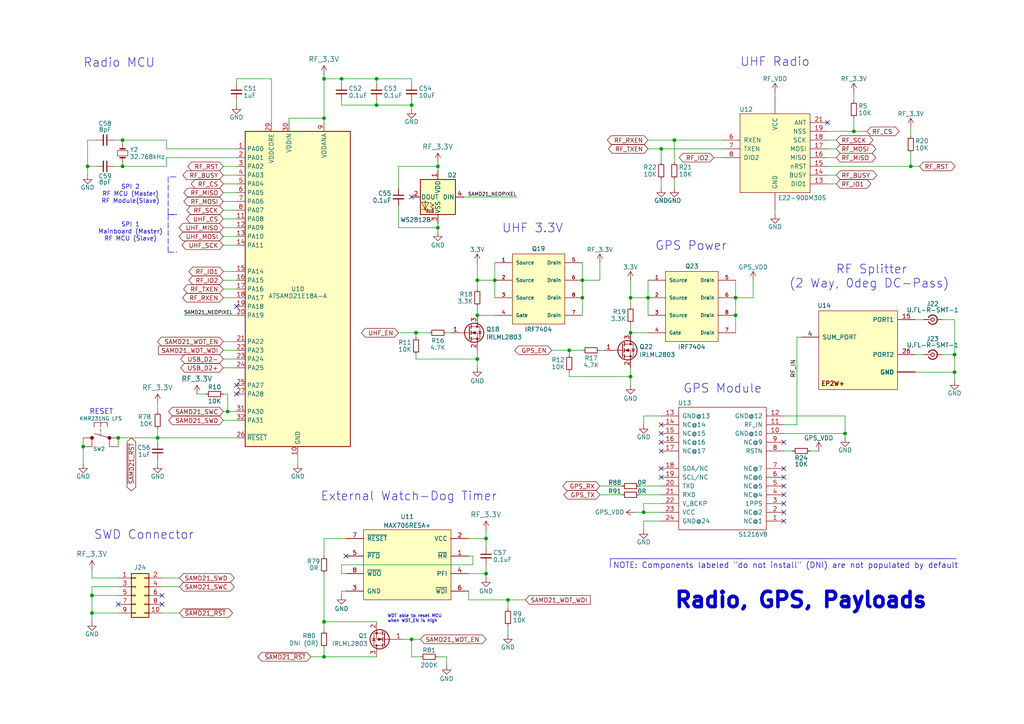
<source format=kicad_sch>
(kicad_sch (version 20231120) (generator "eeschema") (generator_version "8.0")
  (paper "A4")
  (title_block (title "Mainboard") (date "2024-06-16") (rev "v1.1") (company "Argus-1") (comment 1 "M. Holliday") (comment 2 "N. Khera"))
  (junction (at 109.22 30.48))
  (junction (at 191.77 43.18))
  (junction (at 127 66.04))
  (junction (at 165.1 101.6))
  (junction (at 138.43 91.44))
  (junction (at 127 48.26))
  (junction (at 147.32 173.99))
  (junction (at 182.88 86.36))
  (junction (at 25.4 48.26))
  (junction (at 182.88 109.22))
  (junction (at 247.65 38.1))
  (junction (at 93.98 180.34))
  (junction (at 264.16 48.26))
  (junction (at 138.43 104.14))
  (junction (at 143.51 81.28))
  (junction (at 45.72 127))
  (junction (at 119.38 185.42))
  (junction (at 26.67 172.72))
  (junction (at 66.04 119.38))
  (junction (at 35.56 48.26))
  (junction (at 140.97 156.21))
  (junction (at 93.98 22.86))
  (junction (at 276.86 107.95))
  (junction (at 140.97 166.37))
  (junction (at 213.36 86.36))
  (junction (at 245.11 125.73))
  (junction (at 186.69 148.59))
  (junction (at 93.98 34.29))
  (junction (at 168.91 86.36))
  (junction (at 35.56 40.64))
  (junction (at 119.38 30.48))
  (junction (at 213.36 91.44))
  (junction (at 26.67 177.8))
  (junction (at 109.22 22.86))
  (junction (at 182.88 96.52))
  (junction (at 276.86 102.87))
  (junction (at 195.58 40.64))
  (junction (at 138.43 81.28))
  (junction (at 168.91 81.28))
  (junction (at 120.65 96.52))
  (junction (at 99.06 22.86))
  (junction (at 187.96 86.36))
  (junction (at 34.29 127))
  (junction (at 93.98 190.5))
  (junction (at 24.13 129.54))
  (no_connect (at 68.58 114.3))
  (no_connect (at 240.03 35.56))
  (no_connect (at 191.77 138.43))
  (no_connect (at 191.77 128.27))
  (no_connect (at 100.33 161.29))
  (no_connect (at 227.33 138.43))
  (no_connect (at 227.33 148.59))
  (no_connect (at 119.38 57.15))
  (no_connect (at 227.33 128.27))
  (no_connect (at 227.33 140.97))
  (no_connect (at 191.77 123.19))
  (no_connect (at 191.77 125.73))
  (no_connect (at 46.99 175.26))
  (no_connect (at 227.33 146.05))
  (no_connect (at 227.33 143.51))
  (no_connect (at 191.77 135.89))
  (no_connect (at 227.33 135.89))
  (no_connect (at 34.29 175.26))
  (no_connect (at 227.33 151.13))
  (no_connect (at 68.58 88.9))
  (no_connect (at 191.77 130.81))
  (no_connect (at 46.99 172.72))
  (no_connect (at 68.58 111.76))
  (wire (pts (xy 191.77 43.18) (xy 191.77 46.99)))
  (wire (pts (xy 127 48.26) (xy 127 49.53)))
  (wire (pts (xy 137.16 163.83) (xy 137.16 161.29)))
  (wire (pts (xy 120.65 102.87) (xy 120.65 104.14)))
  (wire (pts (xy 127 190.5) (xy 129.54 190.5)))
  (wire (pts (xy 134.62 57.15) (xy 149.86 57.15)))
  (wire (pts (xy 64.77 66.04) (xy 68.58 66.04)))
  (wire (pts (xy 138.43 88.9) (xy 138.43 91.44)))
  (wire (pts (xy 273.05 92.71) (xy 276.86 92.71)))
  (wire (pts (xy 140.97 153.67) (xy 140.97 156.21)))
  (wire (pts (xy 173.99 101.6) (xy 175.26 101.6)))
  (wire (pts (xy 46.99 170.18) (xy 52.07 170.18)))
  (polyline (pts (xy 177.038 164.592) (xy 177.038 162.052)))
  (wire (pts (xy 213.36 86.36) (xy 213.36 91.44)))
  (wire (pts (xy 276.86 102.87) (xy 276.86 107.95)))
  (wire (pts (xy 147.32 181.61) (xy 147.32 184.15)))
  (wire (pts (xy 138.43 81.28) (xy 138.43 83.82)))
  (wire (pts (xy 25.4 48.26) (xy 27.94 48.26)))
  (wire (pts (xy 34.29 170.18) (xy 26.67 170.18)))
  (wire (pts (xy 182.88 93.98) (xy 182.88 96.52)))
  (wire (pts (xy 45.72 116.84) (xy 45.72 119.38)))
  (wire (pts (xy 64.77 81.28) (xy 68.58 81.28)))
  (wire (pts (xy 116.84 185.42) (xy 119.38 185.42)))
  (wire (pts (xy 99.06 29.21) (xy 99.06 30.48)))
  (wire (pts (xy 26.67 177.8) (xy 26.67 180.34)))
  (wire (pts (xy 99.06 30.48) (xy 109.22 30.48)))
  (wire (pts (xy 26.67 170.18) (xy 26.67 172.72)))
  (wire (pts (xy 185.42 140.97) (xy 191.77 140.97)))
  (wire (pts (xy 45.72 128.27) (xy 45.72 127)))
  (wire (pts (xy 35.56 48.26) (xy 48.26 48.26)))
  (wire (pts (xy 109.22 29.21) (xy 109.22 30.48)))
  (wire (pts (xy 45.72 124.46) (xy 45.72 127)))
  (wire (pts (xy 93.98 187.96) (xy 93.98 190.5)))
  (wire (pts (xy 109.22 22.86) (xy 119.38 22.86)))
  (wire (pts (xy 115.57 48.26) (xy 127 48.26)))
  (wire (pts (xy 64.77 101.6) (xy 68.58 101.6)))
  (wire (pts (xy 25.4 50.8) (xy 25.4 48.26)))
  (wire (pts (xy 129.54 96.52) (xy 130.81 96.52)))
  (polyline (pts (xy 51.054 51.308) (xy 48.768 51.308)) (stroke (width 0) (type dash)))
  (wire (pts (xy 99.06 166.37) (xy 99.06 163.83)))
  (wire (pts (xy 93.98 34.29) (xy 83.82 34.29)))
  (wire (pts (xy 135.89 161.29) (xy 137.16 161.29)))
  (wire (pts (xy 93.98 22.86) (xy 93.98 34.29)))
  (wire (pts (xy 99.06 163.83) (xy 137.16 163.83)))
  (wire (pts (xy 186.69 148.59) (xy 184.15 148.59)))
  (wire (pts (xy 168.91 86.36) (xy 168.91 91.44)))
  (wire (pts (xy 173.99 143.51) (xy 180.34 143.51)))
  (wire (pts (xy 93.98 156.21) (xy 93.98 161.29)))
  (wire (pts (xy 138.43 81.28) (xy 138.43 76.2)))
  (wire (pts (xy 265.43 92.71) (xy 267.97 92.71)))
  (wire (pts (xy 143.51 91.44) (xy 138.43 91.44)))
  (wire (pts (xy 64.77 83.82) (xy 68.58 83.82)))
  (wire (pts (xy 93.98 180.34) (xy 93.98 182.88)))
  (wire (pts (xy 227.33 120.65) (xy 245.11 120.65)))
  (wire (pts (xy 119.38 185.42) (xy 121.92 185.42)))
  (wire (pts (xy 26.67 172.72) (xy 34.29 172.72)))
  (wire (pts (xy 115.57 59.69) (xy 115.57 66.04)))
  (wire (pts (xy 213.36 81.28) (xy 213.36 86.36)))
  (wire (pts (xy 218.44 81.28) (xy 218.44 86.36)))
  (wire (pts (xy 35.56 40.64) (xy 35.56 41.91)))
  (wire (pts (xy 143.51 81.28) (xy 143.51 76.2)))
  (wire (pts (xy 276.86 92.71) (xy 276.86 102.87)))
  (wire (pts (xy 245.11 120.65) (xy 245.11 125.73)))
  (wire (pts (xy 182.88 109.22) (xy 182.88 111.76)))
  (wire (pts (xy 168.91 81.28) (xy 168.91 86.36)))
  (wire (pts (xy 187.96 86.36) (xy 182.88 86.36)))
  (wire (pts (xy 138.43 104.14) (xy 138.43 101.6)))
  (wire (pts (xy 68.58 22.86) (xy 68.58 24.13)))
  (wire (pts (xy 231.14 123.19) (xy 227.33 123.19)))
  (wire (pts (xy 168.91 76.2) (xy 168.91 81.28)))
  (wire (pts (xy 276.86 107.95) (xy 265.43 107.95)))
  (wire (pts (xy 273.05 102.87) (xy 276.86 102.87)))
  (wire (pts (xy 33.02 48.26) (xy 35.56 48.26)))
  (wire (pts (xy 68.58 91.44) (xy 53.34 91.44)))
  (wire (pts (xy 187.96 86.36) (xy 187.96 81.28)))
  (wire (pts (xy 33.02 40.64) (xy 35.56 40.64)))
  (wire (pts (xy 240.03 48.26) (xy 264.16 48.26)))
  (wire (pts (xy 86.36 132.08) (xy 86.36 134.62)))
  (wire (pts (xy 143.51 86.36) (xy 143.51 81.28)))
  (wire (pts (xy 240.03 43.18) (xy 242.57 43.18)))
  (wire (pts (xy 186.69 151.13) (xy 186.69 153.67)))
  (wire (pts (xy 35.56 40.64) (xy 48.26 40.64)))
  (wire (pts (xy 99.06 22.86) (xy 109.22 22.86)))
  (wire (pts (xy 100.33 156.21) (xy 93.98 156.21)))
  (wire (pts (xy 26.67 172.72) (xy 26.67 177.8)))
  (wire (pts (xy 135.89 173.99) (xy 135.89 171.45)))
  (wire (pts (xy 25.4 40.64) (xy 25.4 48.26)))
  (wire (pts (xy 182.88 86.36) (xy 182.88 81.28)))
  (wire (pts (xy 48.26 45.72) (xy 68.58 45.72)))
  (wire (pts (xy 64.77 106.68) (xy 68.58 106.68)))
  (wire (pts (xy 247.65 26.67) (xy 247.65 29.21)))
  (wire (pts (xy 191.77 151.13) (xy 186.69 151.13)))
  (wire (pts (xy 46.99 167.64) (xy 52.07 167.64)))
  (wire (pts (xy 264.16 48.26) (xy 266.7 48.26)))
  (wire (pts (xy 64.77 60.96) (xy 68.58 60.96)))
  (wire (pts (xy 115.57 48.26) (xy 115.57 54.61)))
  (wire (pts (xy 26.67 177.8) (xy 34.29 177.8)))
  (wire (pts (xy 48.26 40.64) (xy 48.26 43.18)))
  (wire (pts (xy 64.77 71.12) (xy 68.58 71.12)))
  (wire (pts (xy 34.29 127) (xy 45.72 127)))
  (wire (pts (xy 34.29 167.64) (xy 26.67 167.64)))
  (wire (pts (xy 195.58 40.64) (xy 195.58 46.99)))
  (wire (pts (xy 186.69 120.65) (xy 186.69 123.19)))
  (wire (pts (xy 140.97 156.21) (xy 140.97 158.75)))
  (wire (pts (xy 138.43 104.14) (xy 138.43 106.68)))
  (wire (pts (xy 195.58 40.64) (xy 209.55 40.64)))
  (wire (pts (xy 109.22 190.5) (xy 93.98 190.5)))
  (wire (pts (xy 240.03 45.72) (xy 242.57 45.72)))
  (wire (pts (xy 187.96 43.18) (xy 191.77 43.18)))
  (wire (pts (xy 140.97 163.83) (xy 140.97 166.37)))
  (wire (pts (xy 119.38 185.42) (xy 119.38 190.5)))
  (wire (pts (xy 99.06 166.37) (xy 100.33 166.37)))
  (wire (pts (xy 64.77 114.3) (xy 66.04 114.3)))
  (wire (pts (xy 109.22 22.86) (xy 109.22 24.13)))
  (wire (pts (xy 64.77 50.8) (xy 68.58 50.8)))
  (wire (pts (xy 135.89 156.21) (xy 140.97 156.21)))
  (polyline (pts (xy 48.768 51.308) (xy 48.768 62.23)) (stroke (width 0) (type dash)))
  (wire (pts (xy 165.1 107.95) (xy 165.1 109.22)))
  (wire (pts (xy 135.89 173.99) (xy 147.32 173.99)))
  (wire (pts (xy 66.04 114.3) (xy 66.04 119.38)))
  (wire (pts (xy 251.46 38.1) (xy 247.65 38.1)))
  (wire (pts (xy 191.77 54.61) (xy 191.77 52.07)))
  (wire (pts (xy 35.56 46.99) (xy 35.56 48.26)))
  (wire (pts (xy 231.14 97.79) (xy 232.41 97.79)))
  (wire (pts (xy 186.69 148.59) (xy 191.77 148.59)))
  (polyline (pts (xy 48.768 62.23) (xy 48.768 73.152)) (stroke (width 0) (type dash)))
  (wire (pts (xy 127 46.99) (xy 127 48.26)))
  (wire (pts (xy 147.32 173.99) (xy 147.32 176.53)))
  (wire (pts (xy 109.22 30.48) (xy 119.38 30.48)))
  (wire (pts (xy 64.77 78.74) (xy 68.58 78.74)))
  (wire (pts (xy 64.77 119.38) (xy 66.04 119.38)))
  (wire (pts (xy 182.88 109.22) (xy 182.88 106.68)))
  (wire (pts (xy 119.38 30.48) (xy 119.38 29.21)))
  (wire (pts (xy 165.1 101.6) (xy 168.91 101.6)))
  (wire (pts (xy 93.98 35.56) (xy 93.98 34.29)))
  (wire (pts (xy 64.77 48.26) (xy 68.58 48.26)))
  (wire (pts (xy 64.77 99.06) (xy 68.58 99.06)))
  (wire (pts (xy 147.32 173.99) (xy 152.4 173.99)))
  (wire (pts (xy 120.65 96.52) (xy 124.46 96.52)))
  (wire (pts (xy 115.57 66.04) (xy 127 66.04)))
  (wire (pts (xy 24.13 127) (xy 24.13 129.54)))
  (wire (pts (xy 245.11 127) (xy 245.11 125.73)))
  (wire (pts (xy 119.38 190.5) (xy 121.92 190.5)))
  (polyline (pts (xy 177.038 162.052) (xy 277.368 162.052)))
  (wire (pts (xy 48.26 48.26) (xy 48.26 45.72)))
  (wire (pts (xy 64.77 55.88) (xy 68.58 55.88)))
  (wire (pts (xy 64.77 63.5) (xy 68.58 63.5)))
  (wire (pts (xy 48.26 43.18) (xy 68.58 43.18)))
  (wire (pts (xy 68.58 30.48) (xy 68.58 29.21)))
  (wire (pts (xy 138.43 104.14) (xy 120.65 104.14)))
  (wire (pts (xy 173.99 140.97) (xy 180.34 140.97)))
  (wire (pts (xy 227.33 130.81) (xy 229.87 130.81)))
  (wire (pts (xy 195.58 54.61) (xy 195.58 52.07)))
  (polyline (pts (xy 48.768 62.23) (xy 51.308 62.23)) (stroke (width 0) (type dash)))
  (wire (pts (xy 191.77 146.05) (xy 186.69 146.05)))
  (wire (pts (xy 64.77 68.58) (xy 68.58 68.58)))
  (wire (pts (xy 276.86 110.49) (xy 276.86 107.95)))
  (wire (pts (xy 242.57 53.34) (xy 240.03 53.34)))
  (wire (pts (xy 46.99 177.8) (xy 52.07 177.8)))
  (wire (pts (xy 165.1 101.6) (xy 165.1 102.87)))
  (wire (pts (xy 186.69 120.65) (xy 191.77 120.65)))
  (wire (pts (xy 207.01 45.72) (xy 209.55 45.72)))
  (wire (pts (xy 64.77 53.34) (xy 68.58 53.34)))
  (wire (pts (xy 227.33 125.73) (xy 245.11 125.73)))
  (wire (pts (xy 99.06 171.45) (xy 100.33 171.45)))
  (wire (pts (xy 45.72 127) (xy 68.58 127)))
  (wire (pts (xy 143.51 81.28) (xy 138.43 81.28)))
  (wire (pts (xy 99.06 22.86) (xy 99.06 24.13)))
  (wire (pts (xy 231.14 97.79) (xy 231.14 123.19)))
  (wire (pts (xy 78.74 35.56) (xy 78.74 22.86)))
  (wire (pts (xy 187.96 96.52) (xy 182.88 96.52)))
  (wire (pts (xy 26.67 165.1) (xy 26.67 167.64)))
  (wire (pts (xy 185.42 143.51) (xy 191.77 143.51)))
  (polyline (pts (xy 51.054 62.23) (xy 48.768 62.23)) (stroke (width 0) (type dash)))
  (wire (pts (xy 182.88 86.36) (xy 182.88 88.9)))
  (wire (pts (xy 66.04 119.38) (xy 68.58 119.38)))
  (wire (pts (xy 34.29 127) (xy 34.29 129.54)))
  (wire (pts (xy 213.36 86.36) (xy 218.44 86.36)))
  (wire (pts (xy 135.89 166.37) (xy 140.97 166.37)))
  (wire (pts (xy 168.91 81.28) (xy 173.99 81.28)))
  (wire (pts (xy 119.38 24.13) (xy 119.38 22.86)))
  (wire (pts (xy 25.4 40.64) (xy 27.94 40.64)))
  (wire (pts (xy 64.77 86.36) (xy 68.58 86.36)))
  (wire (pts (xy 240.03 50.8) (xy 242.57 50.8)))
  (wire (pts (xy 240.03 40.64) (xy 242.57 40.64)))
  (wire (pts (xy 187.96 91.44) (xy 187.96 86.36)))
  (wire (pts (xy 160.02 101.6) (xy 165.1 101.6)))
  (wire (pts (xy 129.54 190.5) (xy 129.54 193.04)))
  (wire (pts (xy 24.13 129.54) (xy 24.13 134.62)))
  (wire (pts (xy 187.96 40.64) (xy 195.58 40.64)))
  (wire (pts (xy 173.99 76.2) (xy 173.99 81.28)))
  (wire (pts (xy 264.16 44.45) (xy 264.16 48.26)))
  (wire (pts (xy 93.98 21.59) (xy 93.98 22.86)))
  (wire (pts (xy 237.49 130.81) (xy 234.95 130.81)))
  (wire (pts (xy 140.97 167.64) (xy 140.97 166.37)))
  (wire (pts (xy 182.88 109.22) (xy 165.1 109.22)))
  (wire (pts (xy 83.82 34.29) (xy 83.82 35.56)))
  (wire (pts (xy 191.77 43.18) (xy 209.55 43.18)))
  (wire (pts (xy 115.57 96.52) (xy 120.65 96.52)))
  (wire (pts (xy 45.72 133.35) (xy 45.72 134.62)))
  (wire (pts (xy 109.22 180.34) (xy 93.98 180.34)))
  (wire (pts (xy 213.36 91.44) (xy 213.36 96.52)))
  (wire (pts (xy 93.98 22.86) (xy 99.06 22.86)))
  (wire (pts (xy 224.79 26.67) (xy 224.79 27.94)))
  (wire (pts (xy 127 66.04) (xy 127 64.77)))
  (wire (pts (xy 224.79 62.23) (xy 224.79 60.96)))
  (wire (pts (xy 99.06 172.72) (xy 99.06 171.45)))
  (wire (pts (xy 247.65 34.29) (xy 247.65 38.1)))
  (wire (pts (xy 78.74 22.86) (xy 68.58 22.86)))
  (wire (pts (xy 265.43 102.87) (xy 267.97 102.87)))
  (wire (pts (xy 57.15 114.3) (xy 59.69 114.3)))
  (wire (pts (xy 93.98 166.37) (xy 93.98 180.34)))
  (wire (pts (xy 119.38 30.48) (xy 119.38 31.75)))
  (wire (pts (xy 120.65 96.52) (xy 120.65 97.79)))
  (wire (pts (xy 64.77 58.42) (xy 68.58 58.42)))
  (wire (pts (xy 64.77 121.92) (xy 68.58 121.92)))
  (wire (pts (xy 64.77 104.14) (xy 68.58 104.14)))
  (wire (pts (xy 127 66.04) (xy 127 67.31)))
  (wire (pts (xy 186.69 146.05) (xy 186.69 148.59)))
  (wire (pts (xy 247.65 38.1) (xy 240.03 38.1)))
  (wire (pts (xy 264.16 36.83) (xy 264.16 39.37)))
  (wire (pts (xy 90.17 190.5) (xy 93.98 190.5)))
  (polyline (pts (xy 48.768 73.152) (xy 51.308 73.152)) (stroke (width 0) (type dash)))
  (text "Radio, GPS, Payloads" (at 195.326 176.784 0) (effects (font (size 4.445 4.445) (thickness 1.016) (bold yes)) (justify left bottom)))
  (text "External Watch-Dog Timer" (at 92.964 145.542 0) (effects (font (size 2.54 2.54)) (justify left bottom)))
  (text "SPI 2\nRF MCU (Master)\nRF Module(Slave)" (at 37.846 56.388 0) (effects (font (size 1.27 1.27))))
  (text "SWD Connector" (at 27.178 156.718 0) (effects (font (size 2.54 2.54)) (justify left bottom)))
  (text "SPI 1\nMainboard (Master)\nRF MCU (Slave)" (at 37.846 67.31 0) (effects (font (size 1.27 1.27))))
  (text "       RF Splitter \n(2 Way, 0deg DC-Pass)" (at 228.854 83.82 0) (effects (font (size 2.54 2.54)) (justify left bottom)))
  (text "UHF 3.3V" (at 145.542 67.818 0) (effects (font (size 2.54 2.54)) (justify left bottom)))
  (text "NOTE: Components labeled \"do not install\" (DNI) are not populated by default" (at 177.8 165.1 0) (effects (font (size 1.651 1.651)) (justify left bottom)))
  (text "Radio MCU" (at 24.13 19.812 0) (effects (font (size 2.54 2.54)) (justify left bottom)))
  (text "GPS Power" (at 189.992 72.898 0) (effects (font (size 2.54 2.54)) (justify left bottom)))
  (text "GPS Module" (at 198.12 114.3 0) (effects (font (size 2.54 2.54)) (justify left bottom)))
  (text "RESET" (at 25.908 120.396 0) (effects (font (size 1.4986 1.4986)) (justify left bottom)))
  (text "UHF Radio" (at 214.63 19.558 0) (effects (font (size 2.54 2.54)) (justify left bottom)))
  (text "WDT able to reset MCU\nwhen WDT_EN is high" (at 112.395 180.721 0) (effects (font (size 0.889 0.889)) (justify left bottom)))
  (label "SAMD21_NEOPIXEL" (at 149.86 57.15 180) (effects (font (size 1.016 1.016))))
  (label "SAMD21_NEOPIXEL" (at 53.34 91.44 0) (effects (font (size 1.016 1.016))))
  (label "RF_IN" (at 231.14 104.14 270))
  (global_label "RF_IO1" (shape bidirectional) (at 242.57 53.34 0) (property "Intersheetrefs" "${INTERSHEET_REFS}" (effects (hide yes))))
  (global_label "UHF_CS" (shape bidirectional) (at 64.77 63.5 180) (property "Intersheetrefs" "${INTERSHEET_REFS}" (effects (hide yes))))
  (global_label "UHF_MOSI" (shape bidirectional) (at 64.77 68.58 180) (property "Intersheetrefs" "${INTERSHEET_REFS}" (effects (hide yes))))
  (global_label "RF_BUSY" (shape bidirectional) (at 64.77 50.8 180) (property "Intersheetrefs" "${INTERSHEET_REFS}" (effects (hide yes))))
  (global_label "~{SAMD21_RST}" (shape bidirectional) (at 90.17 190.5 180) (property "Intersheetrefs" "${INTERSHEET_REFS}" (effects (hide yes))))
  (global_label "RF_RXEN" (shape bidirectional) (at 64.77 86.36 180) (property "Intersheetrefs" "${INTERSHEET_REFS}" (effects (hide yes))))
  (global_label "RF_SCK" (shape bidirectional) (at 64.77 60.96 180) (property "Intersheetrefs" "${INTERSHEET_REFS}" (effects (hide yes))))
  (global_label "SAMD21_WDT_EN" (shape bidirectional) (at 121.92 185.42 0) (property "Intersheetrefs" "${INTERSHEET_REFS}" (effects (hide yes))))
  (global_label "RF_MOSI" (shape bidirectional) (at 64.77 58.42 180) (property "Intersheetrefs" "${INTERSHEET_REFS}" (effects (hide yes))))
  (global_label "USB_D2-" (shape bidirectional) (at 64.77 104.14 180) (property "Intersheetrefs" "${INTERSHEET_REFS}" (effects (hide yes))))
  (global_label "SAMD21_WDT_WDI" (shape input) (at 64.77 101.6 180) (property "Intersheetrefs" "${INTERSHEET_REFS}" (effects (hide yes))))
  (global_label "SAMD21_WDT_EN" (shape bidirectional) (at 64.77 99.06 180) (property "Intersheetrefs" "${INTERSHEET_REFS}" (effects (hide yes))))
  (global_label "RF_IO2" (shape bidirectional) (at 64.77 81.28 180) (property "Intersheetrefs" "${INTERSHEET_REFS}" (effects (hide yes))))
  (global_label "SAMD21_SWD" (shape bidirectional) (at 52.07 167.64 0) (property "Intersheetrefs" "${INTERSHEET_REFS}" (effects (hide yes))))
  (global_label "~{SAMD21_RST}" (shape bidirectional) (at 52.07 177.8 0) (property "Intersheetrefs" "${INTERSHEET_REFS}" (effects (hide yes))))
  (global_label "RF_MISO" (shape bidirectional) (at 64.77 55.88 180) (property "Intersheetrefs" "${INTERSHEET_REFS}" (effects (hide yes))))
  (global_label "RF_RST" (shape bidirectional) (at 266.7 48.26 0) (property "Intersheetrefs" "${INTERSHEET_REFS}" (effects (hide yes))))
  (global_label "RF_CS" (shape bidirectional) (at 251.46 38.1 0) (property "Intersheetrefs" "${INTERSHEET_REFS}" (effects (hide yes))))
  (global_label "USB_D2+" (shape bidirectional) (at 64.77 106.68 180) (property "Intersheetrefs" "${INTERSHEET_REFS}" (effects (hide yes))))
  (global_label "RF_MISO" (shape bidirectional) (at 242.57 45.72 0) (property "Intersheetrefs" "${INTERSHEET_REFS}" (effects (hide yes))))
  (global_label "GPS_TX" (shape bidirectional) (at 173.99 143.51 180) (property "Intersheetrefs" "${INTERSHEET_REFS}" (effects (hide yes))))
  (global_label "GPS_RX" (shape bidirectional) (at 173.99 140.97 180) (property "Intersheetrefs" "${INTERSHEET_REFS}" (effects (hide yes))))
  (global_label "UHF_MISO" (shape bidirectional) (at 64.77 66.04 180) (property "Intersheetrefs" "${INTERSHEET_REFS}" (effects (hide yes))))
  (global_label "RF_BUSY" (shape bidirectional) (at 242.57 50.8 0) (property "Intersheetrefs" "${INTERSHEET_REFS}" (effects (hide yes))))
  (global_label "GPS_EN" (shape bidirectional) (at 160.02 101.6 180) (property "Intersheetrefs" "${INTERSHEET_REFS}" (effects (hide yes))))
  (global_label "UHF_EN" (shape bidirectional) (at 115.57 96.52 180) (property "Intersheetrefs" "${INTERSHEET_REFS}" (effects (hide yes))))
  (global_label "RF_MOSI" (shape bidirectional) (at 242.57 43.18 0) (property "Intersheetrefs" "${INTERSHEET_REFS}" (effects (hide yes))))
  (global_label "RF_SCK" (shape bidirectional) (at 242.57 40.64 0) (property "Intersheetrefs" "${INTERSHEET_REFS}" (effects (hide yes))))
  (global_label "UHF_SCK" (shape bidirectional) (at 64.77 71.12 180) (property "Intersheetrefs" "${INTERSHEET_REFS}" (effects (hide yes))))
  (global_label "RF_TXEN" (shape bidirectional) (at 187.96 43.18 180) (property "Intersheetrefs" "${INTERSHEET_REFS}" (effects (hide yes))))
  (global_label "~{SAMD21_RST}" (shape bidirectional) (at 38.1 127 270) (property "Intersheetrefs" "${INTERSHEET_REFS}" (effects (hide yes))))
  (global_label "RF_RXEN" (shape bidirectional) (at 187.96 40.64 180) (property "Intersheetrefs" "${INTERSHEET_REFS}" (effects (hide yes))))
  (global_label "SAMD21_SWD" (shape bidirectional) (at 64.77 121.92 180) (property "Intersheetrefs" "${INTERSHEET_REFS}" (effects (hide yes))))
  (global_label "SAMD21_SWC" (shape bidirectional) (at 52.07 170.18 0) (property "Intersheetrefs" "${INTERSHEET_REFS}" (effects (hide yes))))
  (global_label "SAMD21_WDT_WDI" (shape input) (at 152.4 173.99 0) (property "Intersheetrefs" "${INTERSHEET_REFS}" (effects (hide yes))))
  (global_label "RF_IO1" (shape bidirectional) (at 64.77 78.74 180) (property "Intersheetrefs" "${INTERSHEET_REFS}" (effects (hide yes))))
  (global_label "RF_RST" (shape bidirectional) (at 64.77 48.26 180) (property "Intersheetrefs" "${INTERSHEET_REFS}" (effects (hide yes))))
  (global_label "RF_TXEN" (shape bidirectional) (at 64.77 83.82 180) (property "Intersheetrefs" "${INTERSHEET_REFS}" (effects (hide yes))))
  (global_label "RF_CS" (shape bidirectional) (at 64.77 53.34 180) (property "Intersheetrefs" "${INTERSHEET_REFS}" (effects (hide yes))))
  (global_label "RF_IO2" (shape bidirectional) (at 207.01 45.72 180) (property "Intersheetrefs" "${INTERSHEET_REFS}" (effects (hide yes))))
  (global_label "SAMD21_SWC" (shape bidirectional) (at 64.77 119.38 180) (property "Intersheetrefs" "${INTERSHEET_REFS}" (effects (hide yes))))
  (symbol (lib_id "Device:R_Small") (at 232.41 130.81 90) (unit 1)
    (property "Reference" "R24" (at 232.41 132.842 90))
    (property "Value" "10K" (at 232.41 134.62 90))
    (property "Footprint" "Resistor_SMD:R_0603_1608Metric" (effects (hide yes)))
    (property "Description" "Resistor, small symbol" (effects (hide yes)))
  )
  (symbol (lib_id "Mainboard:E22-900M30S") (at 224.79 44.45 0) (unit 1)
    (property "Reference" "U12" (at 216.408 31.75 0))
    (property "Value" "E22-900M30S" (at 232.664 57.404 0))
    (property "Footprint" "mainboard:XCVR_E22-900M30S" (effects (hide yes)))
    (property "Flight" "RFM98PW" (effects (hide yes)))
    (property "Manufacturer_Name" "HopeRF" (effects (hide yes)))
    (property "Manufacturer_Part_Number" "RFM98PW" (effects (hide yes)))
    (property "Proto" "RFM98PW" (effects (hide yes)))
  )
  (symbol (lib_id "Device:R_Small") (at 247.65 31.75 0) (mirror y) (unit 1)
    (property "Reference" "R5" (at 248.92 30.734 0) (effects (justify right)))
    (property "Value" "10K" (at 248.92 32.766 0) (effects (justify right)))
    (property "Footprint" "Resistor_SMD:R_0603_1608Metric" (effects (hide yes)))
    (property "Description" "Resistor, small symbol" (effects (hide yes)))
  )
  (symbol (lib_id "power:+3.3V") (at 247.65 26.67 0) (mirror y) (unit 1)
    (property "Reference" "#SUPPLY0109" (effects (hide yes)))
    (property "Value" "RF_3.3V" (at 247.65 22.86 0))
    (property "Description" "Power symbol creates a global label with name \"+3.3V\"" (effects (hide yes)))
  )
  (symbol (lib_id "Mainboard:EP2W+") (at 250.19 97.79 0) (unit 1)
    (property "Reference" "U14" (at 241.046 87.884 0) (effects (justify right top)))
    (property "Value" "EP2W+" (effects (hide yes)))
    (property "Footprint" "mainboard:EP2W+" (effects (hide yes)))
    (property "Datasheet" "https://www.minicircuits.com/pdfs/EP2W+.pdf" (effects (hide yes)))
    (property "Description" "RF Splitter DC-Pass" (effects (hide yes)))
    (property "DNI" "DNI" (effects (hide yes)))
    (property "Flight" "EP2W+" (effects (hide yes)))
    (property "Manufacturer_Name" "Mini Circuits" (effects (hide yes)))
    (property "Manufacturer_Part_Number" "EP2W+" (effects (hide yes)))
  )
  (symbol (lib_id "Mainboard:S1216V8") (at 209.55 135.89 0) (unit 1)
    (property "Reference" "U13" (at 196.596 117.602 0) (effects (justify left bottom)))
    (property "Value" "S1216V8" (at 214.122 155.702 0) (effects (justify left bottom)))
    (property "Footprint" "mainboard:S1216_24PIN_PACKAGE" (effects (hide yes)))
  )
  (symbol (lib_id "power:GND") (at 25.4 50.8 0) (unit 1)
    (property "Reference" "#GND07" (effects (hide yes)))
    (property "Value" "GND" (at 25.4 54.356 0))
    (property "Description" "Power symbol creates a global label with name \"GND\" , ground" (effects (hide yes)))
  )
  (symbol (lib_id "power:+3.3V") (at 138.43 76.2 0) (unit 1)
    (property "Reference" "#SUPPLY022" (effects (hide yes)))
    (property "Value" "3.3V" (at 138.43 72.39 0))
    (property "Description" "Power symbol creates a global label with name \"+3.3V\"" (effects (hide yes)))
  )
  (symbol (lib_id "power:+3.3V") (at 173.99 76.2 0) (mirror y) (unit 1)
    (property "Reference" "#SUPPLY023" (effects (hide yes)))
    (property "Value" "RF_3.3V" (at 173.99 72.39 0))
    (property "Description" "Power symbol creates a global label with name \"+3.3V\"" (effects (hide yes)))
  )
  (symbol (lib_id "Device:C_Small") (at 119.38 26.67 0) (unit 1)
    (property "Reference" "C54" (at 121.412 25.654 0) (effects (justify left)))
    (property "Value" "10uF" (at 121.412 27.686 0) (effects (justify left)))
    (property "Footprint" "Capacitor_SMD:C_0603_1608Metric" (effects (hide yes)))
    (property "Description" "Unpolarized capacitor, small symbol" (effects (hide yes)))
  )
  (symbol (lib_id "Mainboard:MAX706RESA+") (at 118.11 163.83 0) (mirror y) (unit 1)
    (property "Reference" "U11" (at 118.11 149.86 0))
    (property "Value" "MAX706RESA+" (at 118.11 152.4 0))
    (property "Footprint" "Package_SO:SOIC-8_3.9x4.9mm_P1.27mm" (effects (hide yes)))
  )
  (symbol (lib_id "Device:C_Small") (at 115.57 57.15 0) (unit 1)
    (property "Reference" "C55" (at 113.538 55.372 0) (effects (justify right top)))
    (property "Value" "0.1uF" (at 113.538 57.404 0) (effects (justify right top)))
    (property "Footprint" "Capacitor_SMD:C_0603_1608Metric" (effects (hide yes)))
    (property "Description" "Unpolarized capacitor, small symbol" (effects (hide yes)))
  )
  (symbol (lib_id "power:GND") (at 182.88 111.76 0) (unit 1)
    (property "Reference" "#PWR058" (effects (hide yes)))
    (property "Value" "GND" (at 182.88 115.57 0))
    (property "Description" "Power symbol creates a global label with name \"GND\" , ground" (effects (hide yes)))
  )
  (symbol (lib_id "power:+3.3V") (at 264.16 36.83 0) (mirror y) (unit 1)
    (property "Reference" "#SUPPLY043" (effects (hide yes)))
    (property "Value" "RF_3.3V" (at 264.16 33.02 0))
    (property "Description" "Power symbol creates a global label with name \"+3.3V\"" (effects (hide yes)))
  )
  (symbol (lib_id "Device:C_Small") (at 109.22 26.67 0) (unit 1)
    (property "Reference" "C53" (at 111.252 25.654 0) (effects (justify left)))
    (property "Value" "0.1uF" (at 111.252 27.686 0) (effects (justify left)))
    (property "Footprint" "Capacitor_SMD:C_0603_1608Metric" (effects (hide yes)))
    (property "Description" "Unpolarized capacitor, small symbol" (effects (hide yes)))
  )
  (symbol (lib_id "Device:C_Small") (at 30.48 40.64 270) (mirror x) (unit 1)
    (property "Reference" "C58" (at 30.48 35.814 90))
    (property "Value" "8pF" (at 30.48 37.592 90))
    (property "Footprint" "Capacitor_SMD:C_0603_1608Metric" (effects (hide yes)))
    (property "Description" "Unpolarized capacitor, small symbol" (effects (hide yes)))
  )
  (symbol (lib_id "Mainboard:IRF7404") (at 156.21 83.82 0) (unit 1)
    (property "Reference" "Q19" (at 156.21 72.136 0))
    (property "Value" "IRF7404" (at 152.146 96.266 0) (effects (justify left bottom)))
    (property "Footprint" "Package_SO:SOIC-8_3.9x4.9mm_P1.27mm" (effects (hide yes)))
    (property "Datasheet" "https://www.onsemi.com/pdf/datasheet/nds8434-d.pdf" (effects (hide yes)))
    (property "Description" "P-Channel MOSFET" (effects (hide yes)))
    (property "Flight" "NDS8434" (effects (hide yes)))
    (property "Manufacturer_Name" "ON Semiconductor" (effects (hide yes)))
    (property "Manufacturer_Part_Number" "NDS8434" (effects (hide yes)))
    (property "Proto" "DMP2022LSS-13" (effects (hide yes)))
  )
  (symbol (lib_id "Device:C_Small") (at 99.06 26.67 0) (unit 1)
    (property "Reference" "C52" (at 101.092 25.654 0) (effects (justify left)))
    (property "Value" "0.1uF" (at 101.092 27.686 0) (effects (justify left)))
    (property "Footprint" "Capacitor_SMD:C_0603_1608Metric" (effects (hide yes)))
    (property "Description" "Unpolarized capacitor, small symbol" (effects (hide yes)))
  )
  (symbol (lib_id "Device:R_Small") (at 264.16 41.91 0) (mirror y) (unit 1)
    (property "Reference" "R20" (at 265.43 40.894 0) (effects (justify right)))
    (property "Value" "10K" (at 265.43 42.926 0) (effects (justify right)))
    (property "Footprint" "Resistor_SMD:R_0603_1608Metric" (effects (hide yes)))
    (property "Description" "Resistor, small symbol" (effects (hide yes)))
  )
  (symbol (lib_id "Device:R_Small") (at 165.1 105.41 0) (unit 1)
    (property "Reference" "R12" (at 163.83 104.394 0) (effects (justify right)))
    (property "Value" "10K" (at 163.83 106.426 0) (effects (justify right)))
    (property "Footprint" "Resistor_SMD:R_0603_1608Metric" (effects (hide yes)))
    (property "Description" "Resistor, small symbol" (effects (hide yes)))
  )
  (symbol (lib_id "power:GND") (at 119.38 31.75 0) (unit 1)
    (property "Reference" "#PWR025" (effects (hide yes)))
    (property "Value" "GND" (at 119.38 35.306 0))
    (property "Description" "Power symbol creates a global label with name \"GND\" , ground" (effects (hide yes)))
  )
  (symbol (lib_id "Device:Crystal_Small") (at 35.56 44.45 270) (unit 1)
    (property "Reference" "Y2" (at 37.592 43.434 90) (effects (justify left)))
    (property "Value" "32.768kHz" (at 37.592 45.466 90) (effects (justify left)))
    (property "Footprint" "Crystal:Crystal_SMD_3215-2Pin_3.2x1.5mm" (effects (hide yes)))
    (property "Description" "Two pin crystal, small symbol" (effects (hide yes)))
    (property "Flight" "ABS07-32.768KHZ-T" (effects (hide yes)))
    (property "Manufacturer_Name" "Abracon LLC" (effects (hide yes)))
    (property "Manufacturer_Part_Number" "SC-32S32.768kHz20PPM7pF" (effects (hide yes)))
    (property "Proto" "SC-32S32.768kHz20PPM7pF" (effects (hide yes)))
  )
  (symbol (lib_id "power:GND") (at 147.32 184.15 0) (unit 1)
    (property "Reference" "#GND012" (effects (hide yes)))
    (property "Value" "GND" (at 147.32 187.706 0))
    (property "Description" "Power symbol creates a global label with name \"GND\" , ground" (effects (hide yes)))
  )
  (symbol (lib_id "power:GND") (at 186.69 123.19 0) (unit 1)
    (property "Reference" "#PWR031" (effects (hide yes)))
    (property "Value" "GND" (at 186.69 126.746 0))
    (property "Description" "Power symbol creates a global label with name \"GND\" , ground" (effects (hide yes)))
  )
  (symbol (lib_id "power:+3.3V") (at 93.98 21.59 0) (unit 1)
    (property "Reference" "#SUPPLY033" (effects (hide yes)))
    (property "Value" "RF_3.3V" (at 89.408 18.034 0) (effects (font (size 1.4986 1.4986)) (justify left bottom)))
    (property "Description" "Power symbol creates a global label with name \"+3.3V\"" (effects (hide yes)))
  )
  (symbol (lib_id "Mainboard:IRLML2803") (at 138.43 96.52 0) (unit 1)
    (property "Reference" "Q18" (at 140.97 95.504 0) (effects (justify left)))
    (property "Value" "IRLML2803" (at 140.97 97.79 0) (effects (justify left)))
    (property "Footprint" "Package_TO_SOT_SMD:SOT-23" (effects (hide yes)))
    (property "Datasheet" "https://www.infineon.com/dgdl/irlml2060pbf.pdf?fileId=5546d462533600a401535664b7fb25ee" (effects (hide yes)))
    (property "Description" "1.2A Id, 60V Vds, 480mOhm Rds, N-Channel HEXFET Power MOSFET, SOT-23" (effects (hide yes)))
  )
  (symbol (lib_id "Device:C_Small") (at 68.58 26.67 0) (unit 1)
    (property "Reference" "C51" (at 70.612 25.654 0) (effects (justify left)))
    (property "Value" "1uF" (at 70.612 27.686 0) (effects (justify left)))
    (property "Footprint" "Capacitor_SMD:C_0603_1608Metric" (effects (hide yes)))
    (property "Description" "Unpolarized capacitor, small symbol" (effects (hide yes)))
  )
  (symbol (lib_id "power:GND") (at 186.69 153.67 0) (unit 1)
    (property "Reference" "#PWR032" (effects (hide yes)))
    (property "Value" "GND" (at 186.69 157.226 0))
    (property "Description" "Power symbol creates a global label with name \"GND\" , ground" (effects (hide yes)))
  )
  (symbol (lib_id "power:+3.3V") (at 182.88 81.28 0) (unit 1)
    (property "Reference" "#SUPPLY010" (effects (hide yes)))
    (property "Value" "3.3V" (at 182.88 77.47 0))
    (property "Description" "Power symbol creates a global label with name \"+3.3V\"" (effects (hide yes)))
  )
  (symbol (lib_id "Mainboard:IRLML2803") (at 109.22 185.42 180) (unit 1)
    (property "Reference" "Q1" (at 106.68 184.404 0) (effects (justify left)))
    (property "Value" "IRLML2803" (at 106.68 186.69 0) (effects (justify left)))
    (property "Footprint" "Package_TO_SOT_SMD:SOT-23" (effects (hide yes)))
    (property "Datasheet" "https://www.infineon.com/dgdl/irlml2060pbf.pdf?fileId=5546d462533600a401535664b7fb25ee" (effects (hide yes)))
  )
  (symbol (lib_id "power:+3.3V") (at 224.79 26.67 0) (unit 1)
    (property "Reference" "#SUPPLY031" (effects (hide yes)))
    (property "Value" "RF_VDD" (at 224.79 22.86 0))
    (property "Description" "Power symbol creates a global label with name \"+3.3V\"" (effects (hide yes)))
  )
  (symbol (lib_id "power:GND") (at 195.58 54.61 0) (unit 1)
    (property "Reference" "#PWR083" (effects (hide yes)))
    (property "Value" "GND" (at 195.58 58.166 0))
    (property "Description" "Power symbol creates a global label with name \"GND\" , ground" (effects (hide yes)))
  )
  (symbol (lib_id "power:GND") (at 68.58 30.48 0) (unit 1)
    (property "Reference" "#PWR026" (effects (hide yes)))
    (property "Value" "GND" (at 68.58 34.036 0))
    (property "Description" "Power symbol creates a global label with name \"GND\" , ground" (effects (hide yes)))
  )
  (symbol (lib_id "Device:R_Small") (at 182.88 140.97 90) (unit 1)
    (property "Reference" "R88" (at 178.308 139.954 90))
    (property "Value" "0R" (at 186.182 139.954 90))
    (property "Footprint" "Resistor_SMD:R_0603_1608Metric" (effects (hide yes)))
    (property "Description" "Resistor, small symbol" (effects (hide yes)))
  )
  (symbol (lib_id "power:+3.3V") (at 184.15 148.59 90) (unit 1)
    (property "Reference" "#SUPPLY026" (effects (hide yes)))
    (property "Value" "GPS_VDD" (at 181.102 147.828 90) (effects (justify left bottom)))
    (property "Description" "Power symbol creates a global label with name \"+3.3V\"" (effects (hide yes)))
  )
  (symbol (lib_id "Device:C_Small") (at 45.72 130.81 0) (mirror x) (unit 1)
    (property "Reference" "C56" (at 43.688 129.794 0) (effects (justify right)))
    (property "Value" "1uF" (at 43.688 131.826 0) (effects (justify right)))
    (property "Footprint" "Capacitor_SMD:C_0603_1608Metric" (effects (hide yes)))
    (property "Description" "Unpolarized capacitor, small symbol" (effects (hide yes)))
  )
  (symbol (lib_id "power:GND") (at 26.67 180.34 0) (unit 1)
    (property "Reference" "#PWR035" (effects (hide yes)))
    (property "Value" "GND" (at 26.67 183.896 0))
    (property "Description" "Power symbol creates a global label with name \"GND\" , ground" (effects (hide yes)))
  )
  (symbol (lib_id "power:+3.3V") (at 127 46.99 0) (unit 1)
    (property "Reference" "#SUPPLY036" (effects (hide yes)))
    (property "Value" "RF_3.3V" (at 122.428 43.434 0) (effects (font (size 1.4986 1.4986)) (justify left bottom)))
    (property "Description" "Power symbol creates a global label with name \"+3.3V\"" (effects (hide yes)))
  )
  (symbol (lib_id "power:GND") (at 140.97 167.64 0) (unit 1)
    (property "Reference" "#PWR030" (effects (hide yes)))
    (property "Value" "GND" (at 140.97 171.45 0))
    (property "Description" "Power symbol creates a global label with name \"GND\" , ground" (effects (hide yes)))
  )
  (symbol (lib_id "Device:R_Small") (at 147.32 179.07 0) (mirror y) (unit 1)
    (property "Reference" "R9" (at 151.384 178.816 0) (effects (justify left bottom)))
    (property "Value" "10K" (at 152.654 180.594 0) (effects (justify left bottom)))
    (property "Footprint" "Resistor_SMD:R_0603_1608Metric" (effects (hide yes)))
    (property "Description" "Resistor, small symbol" (effects (hide yes)))
  )
  (symbol (lib_id "Device:R_Small") (at 191.77 49.53 0) (unit 1)
    (property "Reference" "R22" (at 190.5 48.514 0) (effects (justify right)))
    (property "Value" "10K" (at 190.5 50.546 0) (effects (justify right)))
    (property "Footprint" "Resistor_SMD:R_0603_1608Metric" (effects (hide yes)))
    (property "Description" "Resistor, small symbol" (effects (hide yes)))
  )
  (symbol (lib_id "Device:R_Small") (at 124.46 190.5 90) (mirror x) (unit 1)
    (property "Reference" "R81" (at 124.46 188.595 90))
    (property "Value" "200K" (at 124.46 192.913 90))
    (property "Footprint" "Resistor_SMD:R_0603_1608Metric" (effects (hide yes)))
    (property "Description" "Resistor, small symbol" (effects (hide yes)))
  )
  (symbol (lib_id "power:GND") (at 191.77 54.61 0) (unit 1)
    (property "Reference" "#PWR018" (effects (hide yes)))
    (property "Value" "GND" (at 191.77 58.166 0))
    (property "Description" "Power symbol creates a global label with name \"GND\" , ground" (effects (hide yes)))
  )
  (symbol (lib_id "power:GND") (at 127 67.31 0) (unit 1)
    (property "Reference" "#GND053" (effects (hide yes)))
    (property "Value" "GND" (at 127 71.12 0))
    (property "Description" "Power symbol creates a global label with name \"GND\" , ground" (effects (hide yes)))
  )
  (symbol (lib_id "power:+3.3V") (at 45.72 116.84 0) (unit 1)
    (property "Reference" "#SUPPLY034" (effects (hide yes)))
    (property "Value" "RF_3.3V" (at 41.148 113.284 0) (effects (font (size 1.4986 1.4986)) (justify left bottom)))
    (property "Description" "Power symbol creates a global label with name \"+3.3V\"" (effects (hide yes)))
  )
  (symbol (lib_id "power:GND") (at 276.86 110.49 0) (unit 1)
    (property "Reference" "#PWR034" (effects (hide yes)))
    (property "Value" "GND" (at 276.86 114.046 0))
    (property "Description" "Power symbol creates a global label with name \"GND\" , ground" (effects (hide yes)))
  )
  (symbol (lib_id "Device:R_Small") (at 182.88 91.44 0) (unit 1)
    (property "Reference" "R19" (at 181.61 90.424 0) (effects (justify right)))
    (property "Value" "3.3K" (at 181.61 92.456 0) (effects (justify right)))
    (property "Footprint" "Resistor_SMD:R_0603_1608Metric" (effects (hide yes)))
    (property "Description" "Resistor, small symbol" (effects (hide yes)))
  )
  (symbol (lib_id "Device:R_Small") (at 62.23 114.3 90) (unit 1)
    (property "Reference" "R10" (at 62.23 112.268 90))
    (property "Value" "10K" (at 62.23 116.332 90))
    (property "Footprint" "Resistor_SMD:R_0603_1608Metric" (effects (hide yes)))
    (property "Description" "Resistor, small symbol" (effects (hide yes)))
  )
  (symbol (lib_id "power:GND") (at 245.11 127 0) (unit 1)
    (property "Reference" "#PWR033" (effects (hide yes)))
    (property "Value" "GND" (at 245.11 130.556 0))
    (property "Description" "Power symbol creates a global label with name \"GND\" , ground" (effects (hide yes)))
  )
  (symbol (lib_id "Device:R_Small") (at 171.45 101.6 90) (unit 1)
    (property "Reference" "R17" (at 171.45 103.886 90))
    (property "Value" "4.7K" (at 171.45 105.918 90))
    (property "Footprint" "Resistor_SMD:R_0603_1608Metric" (effects (hide yes)))
    (property "Description" "Resistor, small symbol" (effects (hide yes)))
  )
  (symbol (lib_id "Device:R_Small") (at 45.72 121.92 0) (unit 1)
    (property "Reference" "R78" (at 41.91 120.904 0))
    (property "Value" "10K" (at 42.418 122.936 0))
    (property "Footprint" "Resistor_SMD:R_0603_1608Metric" (effects (hide yes)))
    (property "Description" "Resistor, small symbol" (effects (hide yes)))
  )
  (symbol (lib_id "power:GND") (at 86.36 134.62 0) (unit 1)
    (property "Reference" "#PWR027" (effects (hide yes)))
    (property "Value" "GND" (at 86.36 138.176 0))
    (property "Description" "Power symbol creates a global label with name \"GND\" , ground" (effects (hide yes)))
  )
  (symbol (lib_id "power:GND") (at 45.72 134.62 0) (unit 1)
    (property "Reference" "#GND050" (effects (hide yes)))
    (property "Value" "GND" (at 45.72 138.176 0))
    (property "Description" "Power symbol creates a global label with name \"GND\" , ground" (effects (hide yes)))
  )
  (symbol (lib_id "power:GND") (at 99.06 172.72 0) (unit 1)
    (property "Reference" "#PWR028" (effects (hide yes)))
    (property "Value" "GND" (at 99.06 176.53 0))
    (property "Description" "Power symbol creates a global label with name \"GND\" , ground" (effects (hide yes)))
  )
  (symbol (lib_id "power:+3.3V") (at 57.15 114.3 0) (unit 1)
    (property "Reference" "#SUPPLY05" (effects (hide yes)))
    (property "Value" "RF_3.3V" (at 52.578 110.744 0) (effects (font (size 1.4986 1.4986)) (justify left bottom)))
    (property "Description" "Power symbol creates a global label with name \"+3.3V\"" (effects (hide yes)))
  )
  (symbol (lib_id "Device:R_Small") (at 138.43 86.36 0) (unit 1)
    (property "Reference" "R18" (at 137.16 85.344 0) (effects (justify right)))
    (property "Value" "3.3K" (at 137.16 87.376 0) (effects (justify right)))
    (property "Footprint" "Resistor_SMD:R_0603_1608Metric" (effects (hide yes)))
    (property "Description" "Resistor, small symbol" (effects (hide yes)))
  )
  (symbol (lib_id "power:GND") (at 24.13 134.62 0) (unit 1)
    (property "Reference" "#GND036" (effects (hide yes)))
    (property "Value" "GND" (at 24.13 138.176 0))
    (property "Description" "Power symbol creates a global label with name \"GND\" , ground" (effects (hide yes)))
  )
  (symbol (lib_id "Mainboard:IRF7404") (at 200.66 88.9 0) (unit 1)
    (property "Reference" "Q23" (at 200.66 77.216 0))
    (property "Value" "IRF7404" (at 196.596 101.346 0) (effects (justify left bottom)))
    (property "Footprint" "Package_SO:SOIC-8_3.9x4.9mm_P1.27mm" (effects (hide yes)))
    (property "Datasheet" "https://www.onsemi.com/pdf/datasheet/nds8434-d.pdf" (effects (hide yes)))
    (property "Description" "P-Channel MOSFET" (effects (hide yes)))
    (property "Flight" "NDS8434" (effects (hide yes)))
    (property "Manufacturer_Name" "ON Semiconductor" (effects (hide yes)))
    (property "Manufacturer_Part_Number" "NDS8434" (effects (hide yes)))
    (property "Proto" "DMP2022LSS-13" (effects (hide yes)))
  )
  (symbol (lib_id "Device:R_Small") (at 182.88 143.51 90) (unit 1)
    (property "Reference" "R91" (at 178.308 142.494 90))
    (property "Value" "0R" (at 186.182 142.494 90))
    (property "Footprint" "Resistor_SMD:R_0603_1608Metric" (effects (hide yes)))
    (property "Description" "Resistor, small symbol" (effects (hide yes)))
  )
  (symbol (lib_id "Connector:Conn_Coaxial_Small") (at 270.51 102.87 0) (unit 1)
    (property "Reference" "J23" (at 270.51 98.298 0))
    (property "Value" "U.FL-R-SMT-1" (at 270.51 100.076 0))
    (property "Footprint" "Connector_Coaxial:U.FL_Hirose_U.FL-R-SMT-1_Vertical" (effects (hide yes)))
    (property "Description" "small coaxial connector (BNC, SMA, SMB, SMC, Cinch/RCA, LEMO, ...)" (effects (hide yes)))
  )
  (symbol (lib_id "power:+3.3V") (at 140.97 153.67 0) (unit 1)
    (property "Reference" "#SUPPLY035" (effects (hide yes)))
    (property "Value" "RF_3.3V" (at 136.398 150.114 0) (effects (font (size 1.4986 1.4986)) (justify left bottom)))
    (property "Description" "Power symbol creates a global label with name \"+3.3V\"" (effects (hide yes)))
  )
  (symbol (lib_id "Device:R_Small") (at 93.98 185.42 180) (unit 1)
    (property "Reference" "R80" (at 89.662 184.404 0))
    (property "Value" "DNI (0R)" (at 88.138 186.563 0))
    (property "Footprint" "Resistor_SMD:R_0603_1608Metric" (effects (hide yes)))
    (property "Description" "Resistor, small symbol" (effects (hide yes)))
  )
  (symbol (lib_id "Device:C_Small") (at 140.97 161.29 0) (unit 1)
    (property "Reference" "C57" (at 143.002 160.274 0) (effects (justify left)))
    (property "Value" "0.1uF" (at 143.002 162.306 0) (effects (justify left)))
    (property "Footprint" "Capacitor_SMD:C_0603_1608Metric" (effects (hide yes)))
  )
  (symbol (lib_id "power:GND") (at 224.79 62.23 0) (unit 1)
    (property "Reference" "#PWR014" (effects (hide yes)))
    (property "Value" "GND" (at 224.79 65.786 0))
    (property "Description" "Power symbol creates a global label with name \"GND\" , ground" (effects (hide yes)))
  )
  (symbol (lib_id "Mainboard:KMR231") (at 29.21 127 0) (mirror y) (unit 1)
    (property "Reference" "SW2" (at 30.48 130.81 0) (effects (font (size 1.0668 1.0668)) (justify left bottom)))
    (property "Value" "KMR231NG LFS" (at 29.21 121.412 0) (effects (font (size 1.0668 1.0668))))
    (property "Footprint" "Button_Switch_SMD:SW_Push_1P1T_NO_CK_KMR2" (effects (hide yes)))
    (property "Datasheet" "https://www.ckswitches.com/media/1479/kmr2.pdf" (effects (hide yes)))
    (property "Description" "Tactile Switch SPST-NO" (effects (hide yes)))
    (property "Flight" "KMR231NG LFS" (effects (hide yes)))
    (property "Manufacturer_Name" "C&K" (effects (hide yes)))
    (property "Manufacturer_Part_Number" "KMR231NG LFS" (effects (hide yes)))
    (property "Proto" "KMR231NG LFS" (effects (hide yes)))
  )
  (symbol (lib_id "power:GND") (at 129.54 193.04 0) (mirror y) (unit 1)
    (property "Reference" "#PWR029" (effects (hide yes)))
    (property "Value" "GND" (at 129.54 196.85 0))
    (property "Description" "Power symbol creates a global label with name \"GND\" , ground" (effects (hide yes)))
  )
  (symbol (lib_id "Connector:Conn_Coaxial_Small") (at 270.51 92.71 0) (unit 1)
    (property "Reference" "J22" (at 270.51 88.138 0))
    (property "Value" "U.FL-R-SMT-1" (at 270.51 89.916 0))
    (property "Footprint" "Connector_Coaxial:U.FL_Hirose_U.FL-R-SMT-1_Vertical" (effects (hide yes)))
    (property "Description" "small coaxial connector (BNC, SMA, SMB, SMC, Cinch/RCA, LEMO, ...)" (effects (hide yes)))
  )
  (symbol (lib_id "Connector_Generic:Conn_02x05_Odd_Even") (at 39.37 172.72 0) (unit 1)
    (property "Reference" "J24" (at 40.64 164.592 0))
    (property "Value" "Conn_02x05_Odd_Even" (effects (hide yes)))
    (property "Footprint" "Connector_PinHeader_1.27mm:PinHeader_2x05_P1.27mm_Vertical_SMD" (effects (hide yes)))
    (property "Description" "Generic connector, double row, 02x05, odd/even pin numbering scheme (row 1 odd numbers, row 2 even numbers), script generated (kicad-library-utils/schlib/autogen/connector/)" (effects (hide yes)))
  )
  (symbol (lib_id "power:+3.3V") (at 218.44 81.28 0) (unit 1)
    (property "Reference" "#SUPPLY025" (effects (hide yes)))
    (property "Value" "GPS_VDD" (at 218.44 77.47 0))
    (property "Description" "Power symbol creates a global label with name \"+3.3V\"" (effects (hide yes)))
  )
  (symbol (lib_id "Device:C_Small") (at 30.48 48.26 270) (mirror x) (unit 1)
    (property "Reference" "C59" (at 30.48 51.054 90))
    (property "Value" "8pF" (at 30.48 52.832 90))
    (property "Footprint" "Capacitor_SMD:C_0603_1608Metric" (effects (hide yes)))
    (property "Description" "Unpolarized capacitor, small symbol" (effects (hide yes)))
  )
  (symbol (lib_id "MCU_Microchip_SAMD:ATSAMD21E18A-A") (at 86.36 83.82 0) (unit 1)
    (property "Reference" "U10" (at 86.36 83.82 0))
    (property "Value" "ATSAMD21E18A-A" (at 86.36 85.852 0))
    (property "Footprint" "Package_QFP:TQFP-32_7x7mm_P0.8mm" (effects (hide yes)))
    (property "Datasheet" "http://ww1.microchip.com/downloads/en/DeviceDoc/SAM_D21_DA1_Family_Data%20Sheet_DS40001882E.pdf" (effects (hide yes)))
    (property "Description" "SAM D21 Microchip SMART ARM-based Flash MCU, 48Mhz, 256K Flash, 32K SRAM, TQFP-32" (effects (hide yes)))
  )
  (symbol (lib_id "power:+3.3V") (at 26.67 165.1 0) (unit 1)
    (property "Reference" "#SUPPLY038" (effects (hide yes)))
    (property "Value" "RF_3.3V" (at 22.098 161.544 0) (effects (font (size 1.4986 1.4986)) (justify left bottom)))
    (property "Description" "Power symbol creates a global label with name \"+3.3V\"" (effects (hide yes)))
  )
  (symbol (lib_id "Device:R_Small") (at 195.58 49.53 0) (mirror y) (unit 1)
    (property "Reference" "R21" (at 196.85 48.514 0) (effects (justify right)))
    (property "Value" "10K" (at 196.85 50.546 0) (effects (justify right)))
    (property "Footprint" "Resistor_SMD:R_0603_1608Metric" (effects (hide yes)))
    (property "Description" "Resistor, small symbol" (effects (hide yes)))
  )
  (symbol (lib_id "Device:R_Small") (at 93.98 163.83 180) (unit 1)
    (property "Reference" "R79" (at 90.932 162.814 0))
    (property "Value" "0R" (at 91.059 164.719 0))
    (property "Footprint" "Resistor_SMD:R_0603_1608Metric" (effects (hide yes)))
    (property "Description" "Resistor, small symbol" (effects (hide yes)))
  )
  (symbol (lib_id "Device:R_Small") (at 120.65 100.33 0) (unit 1)
    (property "Reference" "R11" (at 119.38 99.314 0) (effects (justify right)))
    (property "Value" "10K" (at 119.38 101.346 0) (effects (justify right)))
    (property "Footprint" "Resistor_SMD:R_0603_1608Metric" (effects (hide yes)))
    (property "Description" "Resistor, small symbol" (effects (hide yes)))
  )
  (symbol (lib_id "Mainboard:IRLML2803") (at 182.88 101.6 0) (unit 1)
    (property "Reference" "Q22" (at 185.42 100.584 0) (effects (justify left)))
    (property "Value" "IRLML2803" (at 185.42 102.87 0) (effects (justify left)))
    (property "Footprint" "Package_TO_SOT_SMD:SOT-23" (effects (hide yes)))
    (property "Datasheet" "https://www.infineon.com/dgdl/irlml2060pbf.pdf?fileId=5546d462533600a401535664b7fb25ee" (effects (hide yes)))
    (property "Description" "1.2A Id, 60V Vds, 480mOhm Rds, N-Channel HEXFET Power MOSFET, SOT-23" (effects (hide yes)))
  )
  (symbol (lib_id "LED:WS2812B") (at 127 57.15 0) (mirror y) (unit 1)
    (property "Reference" "D2" (at 129.794 50.8 0) (effects (justify right)))
    (property "Value" "WS2812B" (at 116.078 63.754 0) (effects (justify right)))
    (property "Footprint" "LED_SMD:LED_WS2812B_PLCC4_5.0x5.0mm_P3.2mm" (effects (hide yes)))
    (property "Datasheet" "https://cdn-shop.adafruit.com/datasheets/WS2812B.pdf" (effects (hide yes)))
    (property "Description" "RGB LED \"Neopixel\"" (effects (hide yes)))
    (property "Flight" "WS2812B-B" (effects (hide yes)))
    (property "Manufacturer_Name" "Worldsemi" (effects (hide yes)))
    (property "Manufacturer_Part_Number" "WS2812B-B" (effects (hide yes)))
    (property "Proto" "WS2812B-B" (effects (hide yes)))
  )
  (symbol (lib_id "Device:R_Small") (at 127 96.52 90) (unit 1)
    (property "Reference" "R16" (at 127 98.806 90))
    (property "Value" "4.7K" (at 127 100.838 90))
    (property "Footprint" "Resistor_SMD:R_0603_1608Metric" (effects (hide yes)))
    (property "Description" "Resistor, small symbol" (effects (hide yes)))
  )
  (symbol (lib_id "power:GND") (at 138.43 106.68 0) (unit 1)
    (property "Reference" "#PWR048" (effects (hide yes)))
    (property "Value" "GND" (at 138.43 110.49 0))
    (property "Description" "Power symbol creates a global label with name \"GND\" , ground" (effects (hide yes)))
  )
  (symbol (lib_id "power:+3.3V") (at 237.49 130.81 0) (unit 1)
    (property "Reference" "#SUPPLY037" (effects (hide yes)))
    (property "Value" "GPS_VDD" (at 233.172 127.762 0) (effects (justify left bottom)))
    (property "Description" "Power symbol creates a global label with name \"+3.3V\"" (effects (hide yes)))
  )
)
</source>
